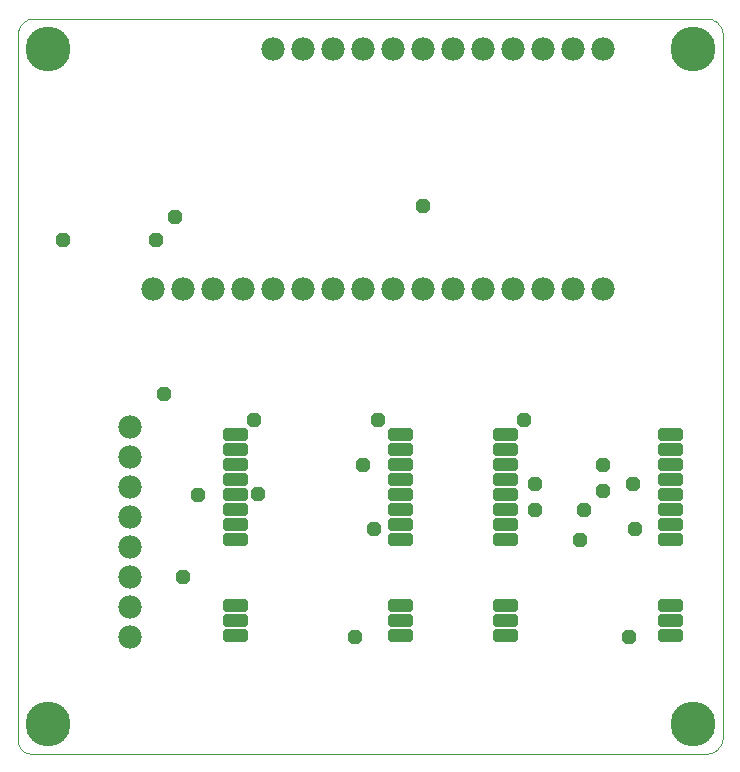
<source format=gts>
G75*
G70*
%OFA0B0*%
%FSLAX24Y24*%
%IPPOS*%
%LPD*%
%AMOC8*
5,1,8,0,0,1.08239X$1,22.5*
%
%ADD10C,0.0000*%
%ADD11C,0.1494*%
%ADD12C,0.0780*%
%ADD13C,0.0217*%
%ADD14OC8,0.0476*%
D10*
X001631Y002180D02*
X024150Y002180D01*
X024194Y002182D01*
X024237Y002187D01*
X024280Y002196D01*
X024322Y002209D01*
X024363Y002225D01*
X024402Y002244D01*
X024440Y002266D01*
X024476Y002292D01*
X024509Y002320D01*
X024540Y002351D01*
X024568Y002384D01*
X024594Y002420D01*
X024616Y002458D01*
X024635Y002497D01*
X024651Y002538D01*
X024664Y002580D01*
X024673Y002623D01*
X024678Y002666D01*
X024680Y002710D01*
X024680Y026150D01*
X024678Y026194D01*
X024673Y026237D01*
X024664Y026280D01*
X024651Y026322D01*
X024635Y026363D01*
X024616Y026402D01*
X024594Y026440D01*
X024568Y026476D01*
X024540Y026509D01*
X024509Y026540D01*
X024476Y026568D01*
X024440Y026594D01*
X024402Y026616D01*
X024363Y026635D01*
X024322Y026651D01*
X024280Y026664D01*
X024237Y026673D01*
X024194Y026678D01*
X024150Y026680D01*
X001710Y026680D01*
X001666Y026678D01*
X001623Y026673D01*
X001580Y026664D01*
X001538Y026651D01*
X001497Y026635D01*
X001458Y026616D01*
X001420Y026594D01*
X001384Y026568D01*
X001351Y026540D01*
X001320Y026509D01*
X001292Y026476D01*
X001266Y026440D01*
X001244Y026402D01*
X001225Y026363D01*
X001209Y026322D01*
X001196Y026280D01*
X001187Y026237D01*
X001182Y026194D01*
X001180Y026150D01*
X001180Y002631D01*
X001182Y002589D01*
X001188Y002548D01*
X001197Y002508D01*
X001210Y002468D01*
X001227Y002430D01*
X001248Y002394D01*
X001271Y002359D01*
X001298Y002327D01*
X001327Y002298D01*
X001359Y002271D01*
X001394Y002248D01*
X001430Y002227D01*
X001468Y002210D01*
X001508Y002197D01*
X001548Y002188D01*
X001589Y002182D01*
X001631Y002180D01*
X001473Y003180D02*
X001475Y003233D01*
X001481Y003285D01*
X001491Y003337D01*
X001504Y003388D01*
X001522Y003438D01*
X001543Y003487D01*
X001568Y003534D01*
X001596Y003578D01*
X001627Y003621D01*
X001662Y003661D01*
X001699Y003698D01*
X001739Y003733D01*
X001782Y003764D01*
X001827Y003792D01*
X001873Y003817D01*
X001922Y003838D01*
X001972Y003856D01*
X002023Y003869D01*
X002075Y003879D01*
X002127Y003885D01*
X002180Y003887D01*
X002233Y003885D01*
X002285Y003879D01*
X002337Y003869D01*
X002388Y003856D01*
X002438Y003838D01*
X002487Y003817D01*
X002534Y003792D01*
X002578Y003764D01*
X002621Y003733D01*
X002661Y003698D01*
X002698Y003661D01*
X002733Y003621D01*
X002764Y003578D01*
X002792Y003533D01*
X002817Y003487D01*
X002838Y003438D01*
X002856Y003388D01*
X002869Y003337D01*
X002879Y003285D01*
X002885Y003233D01*
X002887Y003180D01*
X002885Y003127D01*
X002879Y003075D01*
X002869Y003023D01*
X002856Y002972D01*
X002838Y002922D01*
X002817Y002873D01*
X002792Y002826D01*
X002764Y002782D01*
X002733Y002739D01*
X002698Y002699D01*
X002661Y002662D01*
X002621Y002627D01*
X002578Y002596D01*
X002533Y002568D01*
X002487Y002543D01*
X002438Y002522D01*
X002388Y002504D01*
X002337Y002491D01*
X002285Y002481D01*
X002233Y002475D01*
X002180Y002473D01*
X002127Y002475D01*
X002075Y002481D01*
X002023Y002491D01*
X001972Y002504D01*
X001922Y002522D01*
X001873Y002543D01*
X001826Y002568D01*
X001782Y002596D01*
X001739Y002627D01*
X001699Y002662D01*
X001662Y002699D01*
X001627Y002739D01*
X001596Y002782D01*
X001568Y002827D01*
X001543Y002873D01*
X001522Y002922D01*
X001504Y002972D01*
X001491Y003023D01*
X001481Y003075D01*
X001475Y003127D01*
X001473Y003180D01*
X001473Y025680D02*
X001475Y025733D01*
X001481Y025785D01*
X001491Y025837D01*
X001504Y025888D01*
X001522Y025938D01*
X001543Y025987D01*
X001568Y026034D01*
X001596Y026078D01*
X001627Y026121D01*
X001662Y026161D01*
X001699Y026198D01*
X001739Y026233D01*
X001782Y026264D01*
X001827Y026292D01*
X001873Y026317D01*
X001922Y026338D01*
X001972Y026356D01*
X002023Y026369D01*
X002075Y026379D01*
X002127Y026385D01*
X002180Y026387D01*
X002233Y026385D01*
X002285Y026379D01*
X002337Y026369D01*
X002388Y026356D01*
X002438Y026338D01*
X002487Y026317D01*
X002534Y026292D01*
X002578Y026264D01*
X002621Y026233D01*
X002661Y026198D01*
X002698Y026161D01*
X002733Y026121D01*
X002764Y026078D01*
X002792Y026033D01*
X002817Y025987D01*
X002838Y025938D01*
X002856Y025888D01*
X002869Y025837D01*
X002879Y025785D01*
X002885Y025733D01*
X002887Y025680D01*
X002885Y025627D01*
X002879Y025575D01*
X002869Y025523D01*
X002856Y025472D01*
X002838Y025422D01*
X002817Y025373D01*
X002792Y025326D01*
X002764Y025282D01*
X002733Y025239D01*
X002698Y025199D01*
X002661Y025162D01*
X002621Y025127D01*
X002578Y025096D01*
X002533Y025068D01*
X002487Y025043D01*
X002438Y025022D01*
X002388Y025004D01*
X002337Y024991D01*
X002285Y024981D01*
X002233Y024975D01*
X002180Y024973D01*
X002127Y024975D01*
X002075Y024981D01*
X002023Y024991D01*
X001972Y025004D01*
X001922Y025022D01*
X001873Y025043D01*
X001826Y025068D01*
X001782Y025096D01*
X001739Y025127D01*
X001699Y025162D01*
X001662Y025199D01*
X001627Y025239D01*
X001596Y025282D01*
X001568Y025327D01*
X001543Y025373D01*
X001522Y025422D01*
X001504Y025472D01*
X001491Y025523D01*
X001481Y025575D01*
X001475Y025627D01*
X001473Y025680D01*
X022973Y025680D02*
X022975Y025733D01*
X022981Y025785D01*
X022991Y025837D01*
X023004Y025888D01*
X023022Y025938D01*
X023043Y025987D01*
X023068Y026034D01*
X023096Y026078D01*
X023127Y026121D01*
X023162Y026161D01*
X023199Y026198D01*
X023239Y026233D01*
X023282Y026264D01*
X023327Y026292D01*
X023373Y026317D01*
X023422Y026338D01*
X023472Y026356D01*
X023523Y026369D01*
X023575Y026379D01*
X023627Y026385D01*
X023680Y026387D01*
X023733Y026385D01*
X023785Y026379D01*
X023837Y026369D01*
X023888Y026356D01*
X023938Y026338D01*
X023987Y026317D01*
X024034Y026292D01*
X024078Y026264D01*
X024121Y026233D01*
X024161Y026198D01*
X024198Y026161D01*
X024233Y026121D01*
X024264Y026078D01*
X024292Y026033D01*
X024317Y025987D01*
X024338Y025938D01*
X024356Y025888D01*
X024369Y025837D01*
X024379Y025785D01*
X024385Y025733D01*
X024387Y025680D01*
X024385Y025627D01*
X024379Y025575D01*
X024369Y025523D01*
X024356Y025472D01*
X024338Y025422D01*
X024317Y025373D01*
X024292Y025326D01*
X024264Y025282D01*
X024233Y025239D01*
X024198Y025199D01*
X024161Y025162D01*
X024121Y025127D01*
X024078Y025096D01*
X024033Y025068D01*
X023987Y025043D01*
X023938Y025022D01*
X023888Y025004D01*
X023837Y024991D01*
X023785Y024981D01*
X023733Y024975D01*
X023680Y024973D01*
X023627Y024975D01*
X023575Y024981D01*
X023523Y024991D01*
X023472Y025004D01*
X023422Y025022D01*
X023373Y025043D01*
X023326Y025068D01*
X023282Y025096D01*
X023239Y025127D01*
X023199Y025162D01*
X023162Y025199D01*
X023127Y025239D01*
X023096Y025282D01*
X023068Y025327D01*
X023043Y025373D01*
X023022Y025422D01*
X023004Y025472D01*
X022991Y025523D01*
X022981Y025575D01*
X022975Y025627D01*
X022973Y025680D01*
X022973Y003180D02*
X022975Y003233D01*
X022981Y003285D01*
X022991Y003337D01*
X023004Y003388D01*
X023022Y003438D01*
X023043Y003487D01*
X023068Y003534D01*
X023096Y003578D01*
X023127Y003621D01*
X023162Y003661D01*
X023199Y003698D01*
X023239Y003733D01*
X023282Y003764D01*
X023327Y003792D01*
X023373Y003817D01*
X023422Y003838D01*
X023472Y003856D01*
X023523Y003869D01*
X023575Y003879D01*
X023627Y003885D01*
X023680Y003887D01*
X023733Y003885D01*
X023785Y003879D01*
X023837Y003869D01*
X023888Y003856D01*
X023938Y003838D01*
X023987Y003817D01*
X024034Y003792D01*
X024078Y003764D01*
X024121Y003733D01*
X024161Y003698D01*
X024198Y003661D01*
X024233Y003621D01*
X024264Y003578D01*
X024292Y003533D01*
X024317Y003487D01*
X024338Y003438D01*
X024356Y003388D01*
X024369Y003337D01*
X024379Y003285D01*
X024385Y003233D01*
X024387Y003180D01*
X024385Y003127D01*
X024379Y003075D01*
X024369Y003023D01*
X024356Y002972D01*
X024338Y002922D01*
X024317Y002873D01*
X024292Y002826D01*
X024264Y002782D01*
X024233Y002739D01*
X024198Y002699D01*
X024161Y002662D01*
X024121Y002627D01*
X024078Y002596D01*
X024033Y002568D01*
X023987Y002543D01*
X023938Y002522D01*
X023888Y002504D01*
X023837Y002491D01*
X023785Y002481D01*
X023733Y002475D01*
X023680Y002473D01*
X023627Y002475D01*
X023575Y002481D01*
X023523Y002491D01*
X023472Y002504D01*
X023422Y002522D01*
X023373Y002543D01*
X023326Y002568D01*
X023282Y002596D01*
X023239Y002627D01*
X023199Y002662D01*
X023162Y002699D01*
X023127Y002739D01*
X023096Y002782D01*
X023068Y002827D01*
X023043Y002873D01*
X023022Y002922D01*
X023004Y002972D01*
X022991Y003023D01*
X022981Y003075D01*
X022975Y003127D01*
X022973Y003180D01*
D11*
X023680Y003180D03*
X023680Y025680D03*
X002180Y025680D03*
X002180Y003180D03*
D12*
X004910Y006070D03*
X004910Y007070D03*
X004910Y008070D03*
X004910Y009070D03*
X004910Y010070D03*
X004910Y011070D03*
X004910Y012070D03*
X004910Y013070D03*
X005680Y017680D03*
X006680Y017680D03*
X007680Y017680D03*
X008680Y017680D03*
X009680Y017680D03*
X010680Y017680D03*
X011680Y017680D03*
X012680Y017680D03*
X013680Y017680D03*
X014680Y017680D03*
X015680Y017680D03*
X016680Y017680D03*
X017680Y017680D03*
X018680Y017680D03*
X019680Y017680D03*
X020680Y017680D03*
X020680Y025680D03*
X019680Y025680D03*
X018680Y025680D03*
X017680Y025680D03*
X016680Y025680D03*
X015680Y025680D03*
X014680Y025680D03*
X013680Y025680D03*
X012680Y025680D03*
X011680Y025680D03*
X010680Y025680D03*
X009680Y025680D03*
D13*
X008737Y012721D02*
X008123Y012721D01*
X008123Y012939D01*
X008737Y012939D01*
X008737Y012721D01*
X008737Y012937D02*
X008123Y012937D01*
X008123Y012221D02*
X008737Y012221D01*
X008123Y012221D02*
X008123Y012439D01*
X008737Y012439D01*
X008737Y012221D01*
X008737Y012437D02*
X008123Y012437D01*
X008123Y011721D02*
X008737Y011721D01*
X008123Y011721D02*
X008123Y011939D01*
X008737Y011939D01*
X008737Y011721D01*
X008737Y011937D02*
X008123Y011937D01*
X008123Y011221D02*
X008737Y011221D01*
X008123Y011221D02*
X008123Y011439D01*
X008737Y011439D01*
X008737Y011221D01*
X008737Y011437D02*
X008123Y011437D01*
X008123Y010721D02*
X008737Y010721D01*
X008123Y010721D02*
X008123Y010939D01*
X008737Y010939D01*
X008737Y010721D01*
X008737Y010937D02*
X008123Y010937D01*
X008123Y010221D02*
X008737Y010221D01*
X008123Y010221D02*
X008123Y010439D01*
X008737Y010439D01*
X008737Y010221D01*
X008737Y010437D02*
X008123Y010437D01*
X008123Y009721D02*
X008737Y009721D01*
X008123Y009721D02*
X008123Y009939D01*
X008737Y009939D01*
X008737Y009721D01*
X008737Y009937D02*
X008123Y009937D01*
X008123Y009221D02*
X008737Y009221D01*
X008123Y009221D02*
X008123Y009439D01*
X008737Y009439D01*
X008737Y009221D01*
X008737Y009437D02*
X008123Y009437D01*
X008123Y007028D02*
X008737Y007028D01*
X008123Y007028D02*
X008123Y007246D01*
X008737Y007246D01*
X008737Y007028D01*
X008737Y007244D02*
X008123Y007244D01*
X008123Y006528D02*
X008737Y006528D01*
X008123Y006528D02*
X008123Y006746D01*
X008737Y006746D01*
X008737Y006528D01*
X008737Y006744D02*
X008123Y006744D01*
X008123Y006028D02*
X008737Y006028D01*
X008123Y006028D02*
X008123Y006246D01*
X008737Y006246D01*
X008737Y006028D01*
X008737Y006244D02*
X008123Y006244D01*
X013623Y006028D02*
X014237Y006028D01*
X013623Y006028D02*
X013623Y006246D01*
X014237Y006246D01*
X014237Y006028D01*
X014237Y006244D02*
X013623Y006244D01*
X013623Y006528D02*
X014237Y006528D01*
X013623Y006528D02*
X013623Y006746D01*
X014237Y006746D01*
X014237Y006528D01*
X014237Y006744D02*
X013623Y006744D01*
X013623Y007028D02*
X014237Y007028D01*
X013623Y007028D02*
X013623Y007246D01*
X014237Y007246D01*
X014237Y007028D01*
X014237Y007244D02*
X013623Y007244D01*
X013623Y009221D02*
X014237Y009221D01*
X013623Y009221D02*
X013623Y009439D01*
X014237Y009439D01*
X014237Y009221D01*
X014237Y009437D02*
X013623Y009437D01*
X013623Y009721D02*
X014237Y009721D01*
X013623Y009721D02*
X013623Y009939D01*
X014237Y009939D01*
X014237Y009721D01*
X014237Y009937D02*
X013623Y009937D01*
X013623Y010221D02*
X014237Y010221D01*
X013623Y010221D02*
X013623Y010439D01*
X014237Y010439D01*
X014237Y010221D01*
X014237Y010437D02*
X013623Y010437D01*
X013623Y010721D02*
X014237Y010721D01*
X013623Y010721D02*
X013623Y010939D01*
X014237Y010939D01*
X014237Y010721D01*
X014237Y010937D02*
X013623Y010937D01*
X013623Y011221D02*
X014237Y011221D01*
X013623Y011221D02*
X013623Y011439D01*
X014237Y011439D01*
X014237Y011221D01*
X014237Y011437D02*
X013623Y011437D01*
X013623Y011721D02*
X014237Y011721D01*
X013623Y011721D02*
X013623Y011939D01*
X014237Y011939D01*
X014237Y011721D01*
X014237Y011937D02*
X013623Y011937D01*
X013623Y012221D02*
X014237Y012221D01*
X013623Y012221D02*
X013623Y012439D01*
X014237Y012439D01*
X014237Y012221D01*
X014237Y012437D02*
X013623Y012437D01*
X013623Y012721D02*
X014237Y012721D01*
X013623Y012721D02*
X013623Y012939D01*
X014237Y012939D01*
X014237Y012721D01*
X014237Y012937D02*
X013623Y012937D01*
X017123Y012721D02*
X017737Y012721D01*
X017123Y012721D02*
X017123Y012939D01*
X017737Y012939D01*
X017737Y012721D01*
X017737Y012937D02*
X017123Y012937D01*
X017123Y012221D02*
X017737Y012221D01*
X017123Y012221D02*
X017123Y012439D01*
X017737Y012439D01*
X017737Y012221D01*
X017737Y012437D02*
X017123Y012437D01*
X017123Y011721D02*
X017737Y011721D01*
X017123Y011721D02*
X017123Y011939D01*
X017737Y011939D01*
X017737Y011721D01*
X017737Y011937D02*
X017123Y011937D01*
X017123Y011221D02*
X017737Y011221D01*
X017123Y011221D02*
X017123Y011439D01*
X017737Y011439D01*
X017737Y011221D01*
X017737Y011437D02*
X017123Y011437D01*
X017123Y010721D02*
X017737Y010721D01*
X017123Y010721D02*
X017123Y010939D01*
X017737Y010939D01*
X017737Y010721D01*
X017737Y010937D02*
X017123Y010937D01*
X017123Y010221D02*
X017737Y010221D01*
X017123Y010221D02*
X017123Y010439D01*
X017737Y010439D01*
X017737Y010221D01*
X017737Y010437D02*
X017123Y010437D01*
X017123Y009721D02*
X017737Y009721D01*
X017123Y009721D02*
X017123Y009939D01*
X017737Y009939D01*
X017737Y009721D01*
X017737Y009937D02*
X017123Y009937D01*
X017123Y009221D02*
X017737Y009221D01*
X017123Y009221D02*
X017123Y009439D01*
X017737Y009439D01*
X017737Y009221D01*
X017737Y009437D02*
X017123Y009437D01*
X017123Y007028D02*
X017737Y007028D01*
X017123Y007028D02*
X017123Y007246D01*
X017737Y007246D01*
X017737Y007028D01*
X017737Y007244D02*
X017123Y007244D01*
X017123Y006528D02*
X017737Y006528D01*
X017123Y006528D02*
X017123Y006746D01*
X017737Y006746D01*
X017737Y006528D01*
X017737Y006744D02*
X017123Y006744D01*
X017123Y006028D02*
X017737Y006028D01*
X017123Y006028D02*
X017123Y006246D01*
X017737Y006246D01*
X017737Y006028D01*
X017737Y006244D02*
X017123Y006244D01*
X022623Y006028D02*
X023237Y006028D01*
X022623Y006028D02*
X022623Y006246D01*
X023237Y006246D01*
X023237Y006028D01*
X023237Y006244D02*
X022623Y006244D01*
X022623Y006528D02*
X023237Y006528D01*
X022623Y006528D02*
X022623Y006746D01*
X023237Y006746D01*
X023237Y006528D01*
X023237Y006744D02*
X022623Y006744D01*
X022623Y007028D02*
X023237Y007028D01*
X022623Y007028D02*
X022623Y007246D01*
X023237Y007246D01*
X023237Y007028D01*
X023237Y007244D02*
X022623Y007244D01*
X022623Y009221D02*
X023237Y009221D01*
X022623Y009221D02*
X022623Y009439D01*
X023237Y009439D01*
X023237Y009221D01*
X023237Y009437D02*
X022623Y009437D01*
X022623Y009721D02*
X023237Y009721D01*
X022623Y009721D02*
X022623Y009939D01*
X023237Y009939D01*
X023237Y009721D01*
X023237Y009937D02*
X022623Y009937D01*
X022623Y010221D02*
X023237Y010221D01*
X022623Y010221D02*
X022623Y010439D01*
X023237Y010439D01*
X023237Y010221D01*
X023237Y010437D02*
X022623Y010437D01*
X022623Y010721D02*
X023237Y010721D01*
X022623Y010721D02*
X022623Y010939D01*
X023237Y010939D01*
X023237Y010721D01*
X023237Y010937D02*
X022623Y010937D01*
X022623Y011221D02*
X023237Y011221D01*
X022623Y011221D02*
X022623Y011439D01*
X023237Y011439D01*
X023237Y011221D01*
X023237Y011437D02*
X022623Y011437D01*
X022623Y011721D02*
X023237Y011721D01*
X022623Y011721D02*
X022623Y011939D01*
X023237Y011939D01*
X023237Y011721D01*
X023237Y011937D02*
X022623Y011937D01*
X022623Y012221D02*
X023237Y012221D01*
X022623Y012221D02*
X022623Y012439D01*
X023237Y012439D01*
X023237Y012221D01*
X023237Y012437D02*
X022623Y012437D01*
X022623Y012721D02*
X023237Y012721D01*
X022623Y012721D02*
X022623Y012939D01*
X023237Y012939D01*
X023237Y012721D01*
X023237Y012937D02*
X022623Y012937D01*
D14*
X021680Y011180D03*
X020680Y010930D03*
X020680Y011805D03*
X020055Y010305D03*
X019930Y009305D03*
X018430Y010305D03*
X018430Y011180D03*
X018055Y013305D03*
X021743Y009680D03*
X021555Y006055D03*
X013055Y009680D03*
X012680Y011805D03*
X013180Y013305D03*
X009055Y013305D03*
X009180Y010830D03*
X007180Y010805D03*
X006680Y008055D03*
X006055Y014180D03*
X005805Y019305D03*
X006430Y020055D03*
X002680Y019305D03*
X014680Y020430D03*
X012430Y006055D03*
M02*

</source>
